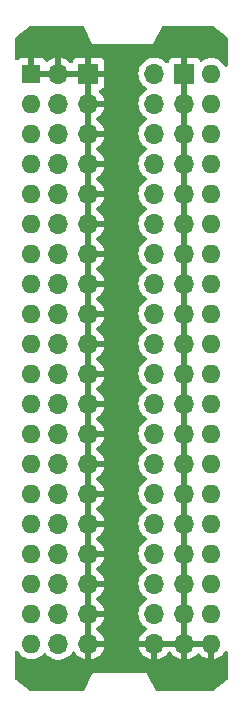
<source format=gbr>
G04 #@! TF.GenerationSoftware,KiCad,Pcbnew,8.0.4*
G04 #@! TF.CreationDate,2024-11-26T14:33:15+01:00*
G04 #@! TF.ProjectId,6502 2x40 Pin Cable Header,36353032-2032-4783-9430-2050696e2043,rev?*
G04 #@! TF.SameCoordinates,Original*
G04 #@! TF.FileFunction,Copper,L1,Top*
G04 #@! TF.FilePolarity,Positive*
%FSLAX46Y46*%
G04 Gerber Fmt 4.6, Leading zero omitted, Abs format (unit mm)*
G04 Created by KiCad (PCBNEW 8.0.4) date 2024-11-26 14:33:15*
%MOMM*%
%LPD*%
G01*
G04 APERTURE LIST*
G04 #@! TA.AperFunction,ComponentPad*
%ADD10R,1.700000X1.700000*%
G04 #@! TD*
G04 #@! TA.AperFunction,ComponentPad*
%ADD11O,1.700000X1.700000*%
G04 #@! TD*
G04 #@! TA.AperFunction,ComponentPad*
%ADD12R,1.600000X1.600000*%
G04 #@! TD*
G04 #@! TA.AperFunction,ComponentPad*
%ADD13O,1.600000X1.600000*%
G04 #@! TD*
G04 APERTURE END LIST*
D10*
X126873000Y-57912000D03*
D11*
X124333000Y-57912000D03*
X126873000Y-60452000D03*
X124333000Y-60452000D03*
X126873000Y-62992000D03*
X124333000Y-62992000D03*
X126873000Y-65532000D03*
X124333000Y-65532000D03*
X126873000Y-68072000D03*
X124333000Y-68072000D03*
X126873000Y-70612000D03*
X124333000Y-70612000D03*
X126873000Y-73152000D03*
X124333000Y-73152000D03*
X126873000Y-75692000D03*
X124333000Y-75692000D03*
X126873000Y-78232000D03*
X124333000Y-78232000D03*
X126873000Y-80772000D03*
X124333000Y-80772000D03*
X126873000Y-83312000D03*
X124333000Y-83312000D03*
X126873000Y-85852000D03*
X124333000Y-85852000D03*
X126873000Y-88392000D03*
X124333000Y-88392000D03*
X126873000Y-90932000D03*
X124333000Y-90932000D03*
X126873000Y-93472000D03*
X124333000Y-93472000D03*
X126873000Y-96012000D03*
X124333000Y-96012000D03*
X126873000Y-98552000D03*
X124333000Y-98552000D03*
X126873000Y-101092000D03*
X124333000Y-101092000D03*
X126873000Y-103632000D03*
X124333000Y-103632000D03*
X126873000Y-106172000D03*
X124333000Y-106172000D03*
D10*
X135001000Y-57912000D03*
D11*
X132461000Y-57912000D03*
X135001000Y-60452000D03*
X132461000Y-60452000D03*
X135001000Y-62992000D03*
X132461000Y-62992000D03*
X135001000Y-65532000D03*
X132461000Y-65532000D03*
X135001000Y-68072000D03*
X132461000Y-68072000D03*
X135001000Y-70612000D03*
X132461000Y-70612000D03*
X135001000Y-73152000D03*
X132461000Y-73152000D03*
X135001000Y-75692000D03*
X132461000Y-75692000D03*
X135001000Y-78232000D03*
X132461000Y-78232000D03*
X135001000Y-80772000D03*
X132461000Y-80772000D03*
X135001000Y-83312000D03*
X132461000Y-83312000D03*
X135001000Y-85852000D03*
X132461000Y-85852000D03*
X135001000Y-88392000D03*
X132461000Y-88392000D03*
X135001000Y-90932000D03*
X132461000Y-90932000D03*
X135001000Y-93472000D03*
X132461000Y-93472000D03*
X135001000Y-96012000D03*
X132461000Y-96012000D03*
X135001000Y-98552000D03*
X132461000Y-98552000D03*
X135001000Y-101092000D03*
X132461000Y-101092000D03*
X135001000Y-103632000D03*
X132461000Y-103632000D03*
X135001000Y-106172000D03*
X132461000Y-106172000D03*
D12*
X122047000Y-57912000D03*
D13*
X122047000Y-60452000D03*
X122047000Y-62992000D03*
X122047000Y-65532000D03*
X122047000Y-68072000D03*
X122047000Y-70612000D03*
X122047000Y-73152000D03*
X122047000Y-75692000D03*
X122047000Y-78232000D03*
X122047000Y-80772000D03*
X122047000Y-83312000D03*
X122047000Y-85852000D03*
X122047000Y-88392000D03*
X122047000Y-90932000D03*
X122047000Y-93472000D03*
X122047000Y-96012000D03*
X122047000Y-98552000D03*
X122047000Y-101092000D03*
X122047000Y-103632000D03*
X122047000Y-106172000D03*
X137287000Y-106172000D03*
X137287000Y-103632000D03*
X137287000Y-101092000D03*
X137287000Y-98552000D03*
X137287000Y-96012000D03*
X137287000Y-93472000D03*
X137287000Y-90932000D03*
X137287000Y-88392000D03*
X137287000Y-85852000D03*
X137287000Y-83312000D03*
X137287000Y-80772000D03*
X137287000Y-78232000D03*
X137287000Y-75692000D03*
X137287000Y-73152000D03*
X137287000Y-70612000D03*
X137287000Y-68072000D03*
X137287000Y-65532000D03*
X137287000Y-62992000D03*
X137287000Y-60452000D03*
X137287000Y-57912000D03*
G04 #@! TA.AperFunction,Conductor*
G36*
X126466489Y-53893502D02*
G01*
X126511066Y-53943151D01*
X127215533Y-55352086D01*
X127219244Y-55360216D01*
X127230993Y-55388582D01*
X127239301Y-55395787D01*
X127249457Y-55399993D01*
X127255955Y-55399531D01*
X127255957Y-55399532D01*
X127255958Y-55399531D01*
X127280100Y-55397817D01*
X127289028Y-55397500D01*
X132298997Y-55397500D01*
X132307930Y-55397817D01*
X132332041Y-55399530D01*
X132332043Y-55399531D01*
X132332045Y-55399530D01*
X132338543Y-55399992D01*
X132344559Y-55397500D01*
X132344562Y-55397500D01*
X132344564Y-55397497D01*
X132348699Y-55395785D01*
X132352081Y-55392851D01*
X132352084Y-55392851D01*
X132352085Y-55392848D01*
X132357007Y-55388580D01*
X132368755Y-55360218D01*
X132372460Y-55352097D01*
X133076935Y-53943149D01*
X133125289Y-53891167D01*
X133189632Y-53873500D01*
X137360858Y-53873500D01*
X137428979Y-53893502D01*
X137439567Y-53901109D01*
X138611212Y-54838425D01*
X138651910Y-54896597D01*
X138658500Y-54936813D01*
X138658500Y-57190272D01*
X138638498Y-57258393D01*
X138584842Y-57304886D01*
X138514568Y-57314990D01*
X138449988Y-57285496D01*
X138428348Y-57259289D01*
X138427679Y-57259758D01*
X138293200Y-57067703D01*
X138293195Y-57067697D01*
X138131302Y-56905804D01*
X138131296Y-56905799D01*
X137943749Y-56774477D01*
X137736246Y-56677717D01*
X137736240Y-56677715D01*
X137642771Y-56652670D01*
X137515087Y-56618457D01*
X137287000Y-56598502D01*
X137058913Y-56618457D01*
X136837759Y-56677715D01*
X136837753Y-56677717D01*
X136630250Y-56774477D01*
X136490655Y-56872223D01*
X136423381Y-56894911D01*
X136354520Y-56877626D01*
X136305936Y-56825856D01*
X136302418Y-56817818D01*
X136301444Y-56816034D01*
X136213904Y-56699095D01*
X136096965Y-56611555D01*
X135960093Y-56560505D01*
X135899597Y-56554000D01*
X135255000Y-56554000D01*
X135255000Y-57481297D01*
X135193993Y-57446075D01*
X135066826Y-57412000D01*
X134935174Y-57412000D01*
X134808007Y-57446075D01*
X134747000Y-57481297D01*
X134747000Y-56554000D01*
X134102402Y-56554000D01*
X134041906Y-56560505D01*
X133905035Y-56611555D01*
X133905034Y-56611555D01*
X133788095Y-56699095D01*
X133700555Y-56816034D01*
X133700553Y-56816039D01*
X133656380Y-56934470D01*
X133613833Y-56991306D01*
X133547313Y-57016116D01*
X133477939Y-57001024D01*
X133445626Y-56975777D01*
X133384240Y-56909094D01*
X133384239Y-56909093D01*
X133384237Y-56909091D01*
X133264679Y-56816035D01*
X133206576Y-56770811D01*
X133008574Y-56663658D01*
X133008572Y-56663657D01*
X133008571Y-56663656D01*
X132795639Y-56590557D01*
X132795630Y-56590555D01*
X132718029Y-56577606D01*
X132573569Y-56553500D01*
X132348431Y-56553500D01*
X132203971Y-56577606D01*
X132126369Y-56590555D01*
X132126360Y-56590557D01*
X131913428Y-56663656D01*
X131913426Y-56663658D01*
X131715426Y-56770810D01*
X131715424Y-56770811D01*
X131537762Y-56909091D01*
X131385279Y-57074729D01*
X131385275Y-57074734D01*
X131262141Y-57263206D01*
X131171703Y-57469386D01*
X131171702Y-57469387D01*
X131116437Y-57687624D01*
X131116436Y-57687630D01*
X131116436Y-57687632D01*
X131097844Y-57912000D01*
X131113836Y-58104993D01*
X131116437Y-58136375D01*
X131171702Y-58354612D01*
X131171703Y-58354613D01*
X131262141Y-58560793D01*
X131385275Y-58749265D01*
X131385279Y-58749270D01*
X131537762Y-58914908D01*
X131541992Y-58918200D01*
X131715424Y-59053189D01*
X131748153Y-59070901D01*
X131748680Y-59071186D01*
X131799071Y-59121200D01*
X131814423Y-59190516D01*
X131789862Y-59257129D01*
X131748680Y-59292813D01*
X131715426Y-59310810D01*
X131715424Y-59310811D01*
X131537762Y-59449091D01*
X131385279Y-59614729D01*
X131385275Y-59614734D01*
X131262141Y-59803206D01*
X131171703Y-60009386D01*
X131171702Y-60009387D01*
X131116437Y-60227624D01*
X131116436Y-60227630D01*
X131116436Y-60227632D01*
X131097844Y-60452000D01*
X131113836Y-60644993D01*
X131116437Y-60676375D01*
X131171702Y-60894612D01*
X131171703Y-60894613D01*
X131171704Y-60894616D01*
X131262140Y-61100791D01*
X131262141Y-61100793D01*
X131385275Y-61289265D01*
X131385279Y-61289270D01*
X131537762Y-61454908D01*
X131541992Y-61458200D01*
X131715424Y-61593189D01*
X131748680Y-61611186D01*
X131799071Y-61661200D01*
X131814423Y-61730516D01*
X131789862Y-61797129D01*
X131748680Y-61832813D01*
X131715426Y-61850810D01*
X131715424Y-61850811D01*
X131537762Y-61989091D01*
X131385279Y-62154729D01*
X131385275Y-62154734D01*
X131262141Y-62343206D01*
X131171703Y-62549386D01*
X131171702Y-62549387D01*
X131116437Y-62767624D01*
X131116436Y-62767630D01*
X131116436Y-62767632D01*
X131097844Y-62992000D01*
X131113836Y-63184993D01*
X131116437Y-63216375D01*
X131171702Y-63434612D01*
X131171703Y-63434613D01*
X131171704Y-63434616D01*
X131262140Y-63640791D01*
X131262141Y-63640793D01*
X131385275Y-63829265D01*
X131385279Y-63829270D01*
X131537762Y-63994908D01*
X131541992Y-63998200D01*
X131715424Y-64133189D01*
X131748680Y-64151186D01*
X131799071Y-64201200D01*
X131814423Y-64270516D01*
X131789862Y-64337129D01*
X131748680Y-64372813D01*
X131715426Y-64390810D01*
X131715424Y-64390811D01*
X131537762Y-64529091D01*
X131385279Y-64694729D01*
X131385275Y-64694734D01*
X131262141Y-64883206D01*
X131171703Y-65089386D01*
X131171702Y-65089387D01*
X131116437Y-65307624D01*
X131116436Y-65307630D01*
X131116436Y-65307632D01*
X131097844Y-65532000D01*
X131113836Y-65724993D01*
X131116437Y-65756375D01*
X131171702Y-65974612D01*
X131171703Y-65974613D01*
X131171704Y-65974616D01*
X131262140Y-66180791D01*
X131262141Y-66180793D01*
X131385275Y-66369265D01*
X131385279Y-66369270D01*
X131537762Y-66534908D01*
X131541992Y-66538200D01*
X131715424Y-66673189D01*
X131748680Y-66691186D01*
X131799071Y-66741200D01*
X131814423Y-66810516D01*
X131789862Y-66877129D01*
X131748680Y-66912813D01*
X131715426Y-66930810D01*
X131715424Y-66930811D01*
X131537762Y-67069091D01*
X131385279Y-67234729D01*
X131385275Y-67234734D01*
X131262141Y-67423206D01*
X131171703Y-67629386D01*
X131171702Y-67629387D01*
X131116437Y-67847624D01*
X131116436Y-67847630D01*
X131116436Y-67847632D01*
X131097844Y-68072000D01*
X131113836Y-68264993D01*
X131116437Y-68296375D01*
X131171702Y-68514612D01*
X131171703Y-68514613D01*
X131171704Y-68514616D01*
X131262140Y-68720791D01*
X131262141Y-68720793D01*
X131385275Y-68909265D01*
X131385279Y-68909270D01*
X131537762Y-69074908D01*
X131541992Y-69078200D01*
X131715424Y-69213189D01*
X131748680Y-69231186D01*
X131799071Y-69281200D01*
X131814423Y-69350516D01*
X131789862Y-69417129D01*
X131748680Y-69452813D01*
X131715426Y-69470810D01*
X131715424Y-69470811D01*
X131537762Y-69609091D01*
X131385279Y-69774729D01*
X131385275Y-69774734D01*
X131262141Y-69963206D01*
X131171703Y-70169386D01*
X131171702Y-70169387D01*
X131116437Y-70387624D01*
X131116436Y-70387630D01*
X131116436Y-70387632D01*
X131097844Y-70612000D01*
X131113836Y-70804993D01*
X131116437Y-70836375D01*
X131171702Y-71054612D01*
X131171703Y-71054613D01*
X131171704Y-71054616D01*
X131262140Y-71260791D01*
X131262141Y-71260793D01*
X131385275Y-71449265D01*
X131385279Y-71449270D01*
X131537762Y-71614908D01*
X131541992Y-71618200D01*
X131715424Y-71753189D01*
X131748680Y-71771186D01*
X131799071Y-71821200D01*
X131814423Y-71890516D01*
X131789862Y-71957129D01*
X131748680Y-71992813D01*
X131715426Y-72010810D01*
X131715424Y-72010811D01*
X131537762Y-72149091D01*
X131385279Y-72314729D01*
X131385275Y-72314734D01*
X131262141Y-72503206D01*
X131171703Y-72709386D01*
X131171702Y-72709387D01*
X131116437Y-72927624D01*
X131116436Y-72927630D01*
X131116436Y-72927632D01*
X131097844Y-73152000D01*
X131113836Y-73344993D01*
X131116437Y-73376375D01*
X131171702Y-73594612D01*
X131171703Y-73594613D01*
X131171704Y-73594616D01*
X131262140Y-73800791D01*
X131262141Y-73800793D01*
X131385275Y-73989265D01*
X131385279Y-73989270D01*
X131537762Y-74154908D01*
X131541992Y-74158200D01*
X131715424Y-74293189D01*
X131748680Y-74311186D01*
X131799071Y-74361200D01*
X131814423Y-74430516D01*
X131789862Y-74497129D01*
X131748680Y-74532813D01*
X131715426Y-74550810D01*
X131715424Y-74550811D01*
X131537762Y-74689091D01*
X131385279Y-74854729D01*
X131385275Y-74854734D01*
X131262141Y-75043206D01*
X131171703Y-75249386D01*
X131171702Y-75249387D01*
X131116437Y-75467624D01*
X131116436Y-75467630D01*
X131116436Y-75467632D01*
X131097844Y-75692000D01*
X131113836Y-75884993D01*
X131116437Y-75916375D01*
X131171702Y-76134612D01*
X131171703Y-76134613D01*
X131171704Y-76134616D01*
X131262140Y-76340791D01*
X131262141Y-76340793D01*
X131385275Y-76529265D01*
X131385279Y-76529270D01*
X131537762Y-76694908D01*
X131541992Y-76698200D01*
X131715424Y-76833189D01*
X131748680Y-76851186D01*
X131799071Y-76901200D01*
X131814423Y-76970516D01*
X131789862Y-77037129D01*
X131748680Y-77072813D01*
X131715426Y-77090810D01*
X131715424Y-77090811D01*
X131537762Y-77229091D01*
X131385279Y-77394729D01*
X131385275Y-77394734D01*
X131262141Y-77583206D01*
X131171703Y-77789386D01*
X131171702Y-77789387D01*
X131116437Y-78007624D01*
X131116436Y-78007630D01*
X131116436Y-78007632D01*
X131097844Y-78232000D01*
X131113836Y-78424993D01*
X131116437Y-78456375D01*
X131171702Y-78674612D01*
X131171703Y-78674613D01*
X131171704Y-78674616D01*
X131262140Y-78880791D01*
X131262141Y-78880793D01*
X131385275Y-79069265D01*
X131385279Y-79069270D01*
X131537762Y-79234908D01*
X131541992Y-79238200D01*
X131715424Y-79373189D01*
X131748680Y-79391186D01*
X131799071Y-79441200D01*
X131814423Y-79510516D01*
X131789862Y-79577129D01*
X131748680Y-79612813D01*
X131715426Y-79630810D01*
X131715424Y-79630811D01*
X131537762Y-79769091D01*
X131385279Y-79934729D01*
X131385275Y-79934734D01*
X131262141Y-80123206D01*
X131171703Y-80329386D01*
X131171702Y-80329387D01*
X131116437Y-80547624D01*
X131116436Y-80547630D01*
X131116436Y-80547632D01*
X131097844Y-80772000D01*
X131113836Y-80964993D01*
X131116437Y-80996375D01*
X131171702Y-81214612D01*
X131171703Y-81214613D01*
X131171704Y-81214616D01*
X131262140Y-81420791D01*
X131262141Y-81420793D01*
X131385275Y-81609265D01*
X131385279Y-81609270D01*
X131537762Y-81774908D01*
X131541992Y-81778200D01*
X131715424Y-81913189D01*
X131748680Y-81931186D01*
X131799071Y-81981200D01*
X131814423Y-82050516D01*
X131789862Y-82117129D01*
X131748680Y-82152813D01*
X131715426Y-82170810D01*
X131715424Y-82170811D01*
X131537762Y-82309091D01*
X131385279Y-82474729D01*
X131385275Y-82474734D01*
X131262141Y-82663206D01*
X131171703Y-82869386D01*
X131171702Y-82869387D01*
X131116437Y-83087624D01*
X131116436Y-83087630D01*
X131116436Y-83087632D01*
X131097844Y-83312000D01*
X131113836Y-83504993D01*
X131116437Y-83536375D01*
X131171702Y-83754612D01*
X131171703Y-83754613D01*
X131171704Y-83754616D01*
X131262140Y-83960791D01*
X131262141Y-83960793D01*
X131385275Y-84149265D01*
X131385279Y-84149270D01*
X131537762Y-84314908D01*
X131541992Y-84318200D01*
X131715424Y-84453189D01*
X131748680Y-84471186D01*
X131799071Y-84521200D01*
X131814423Y-84590516D01*
X131789862Y-84657129D01*
X131748680Y-84692813D01*
X131715426Y-84710810D01*
X131715424Y-84710811D01*
X131537762Y-84849091D01*
X131385279Y-85014729D01*
X131385275Y-85014734D01*
X131262141Y-85203206D01*
X131171703Y-85409386D01*
X131171702Y-85409387D01*
X131116437Y-85627624D01*
X131116436Y-85627630D01*
X131116436Y-85627632D01*
X131097844Y-85852000D01*
X131113836Y-86044993D01*
X131116437Y-86076375D01*
X131171702Y-86294612D01*
X131171703Y-86294613D01*
X131171704Y-86294616D01*
X131262140Y-86500791D01*
X131262141Y-86500793D01*
X131385275Y-86689265D01*
X131385279Y-86689270D01*
X131537762Y-86854908D01*
X131541992Y-86858200D01*
X131715424Y-86993189D01*
X131748680Y-87011186D01*
X131799071Y-87061200D01*
X131814423Y-87130516D01*
X131789862Y-87197129D01*
X131748680Y-87232813D01*
X131715426Y-87250810D01*
X131715424Y-87250811D01*
X131537762Y-87389091D01*
X131385279Y-87554729D01*
X131385275Y-87554734D01*
X131262141Y-87743206D01*
X131171703Y-87949386D01*
X131171702Y-87949387D01*
X131116437Y-88167624D01*
X131116436Y-88167630D01*
X131116436Y-88167632D01*
X131097844Y-88392000D01*
X131113836Y-88584993D01*
X131116437Y-88616375D01*
X131171702Y-88834612D01*
X131171703Y-88834613D01*
X131171704Y-88834616D01*
X131262140Y-89040791D01*
X131262141Y-89040793D01*
X131385275Y-89229265D01*
X131385279Y-89229270D01*
X131537762Y-89394908D01*
X131541992Y-89398200D01*
X131715424Y-89533189D01*
X131748680Y-89551186D01*
X131799071Y-89601200D01*
X131814423Y-89670516D01*
X131789862Y-89737129D01*
X131748680Y-89772813D01*
X131715426Y-89790810D01*
X131715424Y-89790811D01*
X131537762Y-89929091D01*
X131385279Y-90094729D01*
X131385275Y-90094734D01*
X131262141Y-90283206D01*
X131171703Y-90489386D01*
X131171702Y-90489387D01*
X131116437Y-90707624D01*
X131116436Y-90707630D01*
X131116436Y-90707632D01*
X131097844Y-90932000D01*
X131113836Y-91124993D01*
X131116437Y-91156375D01*
X131171702Y-91374612D01*
X131171703Y-91374613D01*
X131171704Y-91374616D01*
X131262140Y-91580791D01*
X131262141Y-91580793D01*
X131385275Y-91769265D01*
X131385279Y-91769270D01*
X131537762Y-91934908D01*
X131541992Y-91938200D01*
X131715424Y-92073189D01*
X131748680Y-92091186D01*
X131799071Y-92141200D01*
X131814423Y-92210516D01*
X131789862Y-92277129D01*
X131748680Y-92312813D01*
X131715426Y-92330810D01*
X131715424Y-92330811D01*
X131537762Y-92469091D01*
X131385279Y-92634729D01*
X131385275Y-92634734D01*
X131262141Y-92823206D01*
X131171703Y-93029386D01*
X131171702Y-93029387D01*
X131116437Y-93247624D01*
X131116436Y-93247630D01*
X131116436Y-93247632D01*
X131097844Y-93472000D01*
X131113836Y-93664993D01*
X131116437Y-93696375D01*
X131171702Y-93914612D01*
X131171703Y-93914613D01*
X131171704Y-93914616D01*
X131262140Y-94120791D01*
X131262141Y-94120793D01*
X131385275Y-94309265D01*
X131385279Y-94309270D01*
X131537762Y-94474908D01*
X131541992Y-94478200D01*
X131715424Y-94613189D01*
X131748680Y-94631186D01*
X131799071Y-94681200D01*
X131814423Y-94750516D01*
X131789862Y-94817129D01*
X131748680Y-94852813D01*
X131715426Y-94870810D01*
X131715424Y-94870811D01*
X131537762Y-95009091D01*
X131385279Y-95174729D01*
X131385275Y-95174734D01*
X131262141Y-95363206D01*
X131171703Y-95569386D01*
X131171702Y-95569387D01*
X131116437Y-95787624D01*
X131116436Y-95787630D01*
X131116436Y-95787632D01*
X131097844Y-96012000D01*
X131113836Y-96204993D01*
X131116437Y-96236375D01*
X131171702Y-96454612D01*
X131171703Y-96454613D01*
X131171704Y-96454616D01*
X131262140Y-96660791D01*
X131262141Y-96660793D01*
X131385275Y-96849265D01*
X131385279Y-96849270D01*
X131537762Y-97014908D01*
X131541992Y-97018200D01*
X131715424Y-97153189D01*
X131748680Y-97171186D01*
X131799071Y-97221200D01*
X131814423Y-97290516D01*
X131789862Y-97357129D01*
X131748680Y-97392813D01*
X131715426Y-97410810D01*
X131715424Y-97410811D01*
X131537762Y-97549091D01*
X131385279Y-97714729D01*
X131385275Y-97714734D01*
X131262141Y-97903206D01*
X131171703Y-98109386D01*
X131171702Y-98109387D01*
X131116437Y-98327624D01*
X131116436Y-98327630D01*
X131116436Y-98327632D01*
X131097844Y-98552000D01*
X131113836Y-98744993D01*
X131116437Y-98776375D01*
X131171702Y-98994612D01*
X131171703Y-98994613D01*
X131171704Y-98994616D01*
X131262140Y-99200791D01*
X131262141Y-99200793D01*
X131385275Y-99389265D01*
X131385279Y-99389270D01*
X131537762Y-99554908D01*
X131541992Y-99558200D01*
X131715424Y-99693189D01*
X131748680Y-99711186D01*
X131799071Y-99761200D01*
X131814423Y-99830516D01*
X131789862Y-99897129D01*
X131748680Y-99932813D01*
X131715426Y-99950810D01*
X131715424Y-99950811D01*
X131537762Y-100089091D01*
X131385279Y-100254729D01*
X131385275Y-100254734D01*
X131262141Y-100443206D01*
X131171703Y-100649386D01*
X131171702Y-100649387D01*
X131116437Y-100867624D01*
X131116436Y-100867630D01*
X131116436Y-100867632D01*
X131097844Y-101092000D01*
X131113836Y-101284993D01*
X131116437Y-101316375D01*
X131171702Y-101534612D01*
X131171703Y-101534613D01*
X131171704Y-101534616D01*
X131262140Y-101740791D01*
X131262141Y-101740793D01*
X131385275Y-101929265D01*
X131385279Y-101929270D01*
X131537762Y-102094908D01*
X131541992Y-102098200D01*
X131715424Y-102233189D01*
X131748680Y-102251186D01*
X131799071Y-102301200D01*
X131814423Y-102370516D01*
X131789862Y-102437129D01*
X131748680Y-102472813D01*
X131715426Y-102490810D01*
X131715424Y-102490811D01*
X131537762Y-102629091D01*
X131385279Y-102794729D01*
X131385275Y-102794734D01*
X131262141Y-102983206D01*
X131171703Y-103189386D01*
X131171702Y-103189387D01*
X131116437Y-103407624D01*
X131116436Y-103407630D01*
X131116436Y-103407632D01*
X131097844Y-103632000D01*
X131113836Y-103824993D01*
X131116437Y-103856375D01*
X131171702Y-104074612D01*
X131171703Y-104074613D01*
X131171704Y-104074616D01*
X131262140Y-104280791D01*
X131262141Y-104280793D01*
X131385275Y-104469265D01*
X131385279Y-104469270D01*
X131537762Y-104634908D01*
X131541992Y-104638200D01*
X131715424Y-104773189D01*
X131749205Y-104791470D01*
X131799596Y-104841482D01*
X131814949Y-104910799D01*
X131790389Y-104977412D01*
X131749209Y-105013096D01*
X131715704Y-105031228D01*
X131715698Y-105031232D01*
X131538097Y-105169465D01*
X131385674Y-105335041D01*
X131262580Y-105523451D01*
X131172179Y-105729543D01*
X131172176Y-105729550D01*
X131124455Y-105917999D01*
X131124456Y-105918000D01*
X132030297Y-105918000D01*
X131995075Y-105979007D01*
X131961000Y-106106174D01*
X131961000Y-106237826D01*
X131995075Y-106364993D01*
X132030297Y-106426000D01*
X131124455Y-106426000D01*
X131172176Y-106614449D01*
X131172179Y-106614456D01*
X131262580Y-106820548D01*
X131385674Y-107008958D01*
X131538097Y-107174534D01*
X131715698Y-107312767D01*
X131715699Y-107312768D01*
X131913628Y-107419882D01*
X131913630Y-107419883D01*
X132126483Y-107492955D01*
X132126492Y-107492957D01*
X132207000Y-107506391D01*
X132207000Y-106602702D01*
X132268007Y-106637925D01*
X132395174Y-106672000D01*
X132526826Y-106672000D01*
X132653993Y-106637925D01*
X132715000Y-106602702D01*
X132715000Y-107506390D01*
X132795507Y-107492957D01*
X132795516Y-107492955D01*
X133008369Y-107419883D01*
X133008371Y-107419882D01*
X133206300Y-107312768D01*
X133206301Y-107312767D01*
X133383902Y-107174534D01*
X133536327Y-107008955D01*
X133625517Y-106872441D01*
X133679521Y-106826352D01*
X133749868Y-106816777D01*
X133814226Y-106846754D01*
X133836483Y-106872441D01*
X133925672Y-107008955D01*
X134078097Y-107174534D01*
X134255698Y-107312767D01*
X134255699Y-107312768D01*
X134453628Y-107419882D01*
X134453630Y-107419883D01*
X134666483Y-107492955D01*
X134666492Y-107492957D01*
X134747000Y-107506391D01*
X134747000Y-106602702D01*
X134808007Y-106637925D01*
X134935174Y-106672000D01*
X135066826Y-106672000D01*
X135193993Y-106637925D01*
X135255000Y-106602702D01*
X135255000Y-107506390D01*
X135335507Y-107492957D01*
X135335516Y-107492955D01*
X135548369Y-107419883D01*
X135548371Y-107419882D01*
X135746300Y-107312768D01*
X135746301Y-107312767D01*
X135923902Y-107174534D01*
X136076318Y-107008965D01*
X136076778Y-107008375D01*
X136077027Y-107008195D01*
X136079854Y-107005125D01*
X136080485Y-107005706D01*
X136134396Y-106966894D01*
X136205294Y-106963149D01*
X136266962Y-106998328D01*
X136279434Y-107013475D01*
X136281183Y-107015973D01*
X136281189Y-107015980D01*
X136443019Y-107177810D01*
X136443025Y-107177815D01*
X136630501Y-107309087D01*
X136837926Y-107405811D01*
X136837931Y-107405813D01*
X137033000Y-107458081D01*
X137033000Y-106483686D01*
X137041394Y-106492080D01*
X137132606Y-106544741D01*
X137234339Y-106572000D01*
X137339661Y-106572000D01*
X137441394Y-106544741D01*
X137532606Y-106492080D01*
X137541000Y-106483686D01*
X137541000Y-107458081D01*
X137736068Y-107405813D01*
X137736073Y-107405811D01*
X137943498Y-107309087D01*
X138130974Y-107177815D01*
X138130980Y-107177810D01*
X138292810Y-107015980D01*
X138292815Y-107015974D01*
X138427244Y-106823991D01*
X138428484Y-106824859D01*
X138474758Y-106780733D01*
X138544471Y-106767293D01*
X138610383Y-106793676D01*
X138651568Y-106851506D01*
X138658500Y-106892723D01*
X138658500Y-109147185D01*
X138638498Y-109215306D01*
X138611212Y-109245574D01*
X137439569Y-110182889D01*
X137373880Y-110209825D01*
X137360857Y-110210500D01*
X132681632Y-110210500D01*
X132613511Y-110190498D01*
X132568934Y-110140849D01*
X131864466Y-108731913D01*
X131860755Y-108723781D01*
X131849007Y-108695419D01*
X131840699Y-108688213D01*
X131830544Y-108684006D01*
X131799930Y-108686183D01*
X131790997Y-108686500D01*
X127289028Y-108686500D01*
X127280100Y-108686183D01*
X127249458Y-108684006D01*
X127239300Y-108688213D01*
X127230992Y-108695419D01*
X127219243Y-108723784D01*
X127215533Y-108731913D01*
X126511066Y-110140849D01*
X126462711Y-110192833D01*
X126398368Y-110210500D01*
X121973143Y-110210500D01*
X121905022Y-110190498D01*
X121894431Y-110182889D01*
X120722788Y-109245574D01*
X120682090Y-109187401D01*
X120675500Y-109147185D01*
X120675500Y-106893727D01*
X120695502Y-106825606D01*
X120749158Y-106779113D01*
X120819432Y-106769009D01*
X120884012Y-106798503D01*
X120905649Y-106824712D01*
X120906321Y-106824242D01*
X121037850Y-107012085D01*
X121040802Y-107016300D01*
X121202700Y-107178198D01*
X121390251Y-107309523D01*
X121597757Y-107406284D01*
X121818913Y-107465543D01*
X122047000Y-107485498D01*
X122275087Y-107465543D01*
X122496243Y-107406284D01*
X122703749Y-107309523D01*
X122891300Y-107178198D01*
X123053198Y-107016300D01*
X123054575Y-107014333D01*
X123055405Y-107013669D01*
X123056735Y-107012085D01*
X123057053Y-107012351D01*
X123110025Y-106969999D01*
X123180644Y-106962682D01*
X123244008Y-106994705D01*
X123257234Y-107009212D01*
X123257277Y-107009268D01*
X123409762Y-107174908D01*
X123413992Y-107178200D01*
X123587424Y-107313189D01*
X123785426Y-107420342D01*
X123785427Y-107420342D01*
X123785428Y-107420343D01*
X123895356Y-107458081D01*
X123998365Y-107493444D01*
X124220431Y-107530500D01*
X124220435Y-107530500D01*
X124445565Y-107530500D01*
X124445569Y-107530500D01*
X124667635Y-107493444D01*
X124880574Y-107420342D01*
X125078576Y-107313189D01*
X125256240Y-107174906D01*
X125408722Y-107009268D01*
X125408927Y-107008955D01*
X125439158Y-106962682D01*
X125497816Y-106872898D01*
X125551819Y-106826810D01*
X125622167Y-106817235D01*
X125686524Y-106847212D01*
X125708782Y-106872898D01*
X125797674Y-107008958D01*
X125950097Y-107174534D01*
X126127698Y-107312767D01*
X126127699Y-107312768D01*
X126325628Y-107419882D01*
X126325630Y-107419883D01*
X126538483Y-107492955D01*
X126538492Y-107492957D01*
X126619000Y-107506391D01*
X126619000Y-106602702D01*
X126680007Y-106637925D01*
X126807174Y-106672000D01*
X126938826Y-106672000D01*
X127065993Y-106637925D01*
X127127000Y-106602702D01*
X127127000Y-107506390D01*
X127207507Y-107492957D01*
X127207516Y-107492955D01*
X127420369Y-107419883D01*
X127420371Y-107419882D01*
X127618300Y-107312768D01*
X127618301Y-107312767D01*
X127795902Y-107174534D01*
X127948325Y-107008958D01*
X128071419Y-106820548D01*
X128161820Y-106614456D01*
X128161823Y-106614449D01*
X128209544Y-106426000D01*
X127303703Y-106426000D01*
X127338925Y-106364993D01*
X127373000Y-106237826D01*
X127373000Y-106106174D01*
X127338925Y-105979007D01*
X127303703Y-105918000D01*
X128209544Y-105918000D01*
X128209544Y-105917999D01*
X128161823Y-105729550D01*
X128161820Y-105729543D01*
X128071419Y-105523451D01*
X127948325Y-105335041D01*
X127795902Y-105169465D01*
X127618301Y-105031232D01*
X127618300Y-105031231D01*
X127584267Y-105012814D01*
X127533876Y-104962801D01*
X127518524Y-104893484D01*
X127543085Y-104826871D01*
X127584267Y-104791186D01*
X127618300Y-104772768D01*
X127618301Y-104772767D01*
X127795902Y-104634534D01*
X127948325Y-104468958D01*
X128071419Y-104280548D01*
X128161820Y-104074456D01*
X128161823Y-104074449D01*
X128209544Y-103886000D01*
X127303703Y-103886000D01*
X127338925Y-103824993D01*
X127373000Y-103697826D01*
X127373000Y-103566174D01*
X127338925Y-103439007D01*
X127303703Y-103378000D01*
X128209544Y-103378000D01*
X128209544Y-103377999D01*
X128161823Y-103189550D01*
X128161820Y-103189543D01*
X128071419Y-102983451D01*
X127948325Y-102795041D01*
X127795902Y-102629465D01*
X127618301Y-102491232D01*
X127618300Y-102491231D01*
X127584267Y-102472814D01*
X127533876Y-102422801D01*
X127518524Y-102353484D01*
X127543085Y-102286871D01*
X127584267Y-102251186D01*
X127618300Y-102232768D01*
X127618301Y-102232767D01*
X127795902Y-102094534D01*
X127948325Y-101928958D01*
X128071419Y-101740548D01*
X128161820Y-101534456D01*
X128161823Y-101534449D01*
X128209544Y-101346000D01*
X127303703Y-101346000D01*
X127338925Y-101284993D01*
X127373000Y-101157826D01*
X127373000Y-101026174D01*
X127338925Y-100899007D01*
X127303703Y-100838000D01*
X128209544Y-100838000D01*
X128209544Y-100837999D01*
X128161823Y-100649550D01*
X128161820Y-100649543D01*
X128071419Y-100443451D01*
X127948325Y-100255041D01*
X127795902Y-100089465D01*
X127618301Y-99951232D01*
X127618300Y-99951231D01*
X127584267Y-99932814D01*
X127533876Y-99882801D01*
X127518524Y-99813484D01*
X127543085Y-99746871D01*
X127584267Y-99711186D01*
X127618300Y-99692768D01*
X127618301Y-99692767D01*
X127795902Y-99554534D01*
X127948325Y-99388958D01*
X128071419Y-99200548D01*
X128161820Y-98994456D01*
X128161823Y-98994449D01*
X128209544Y-98806000D01*
X127303703Y-98806000D01*
X127338925Y-98744993D01*
X127373000Y-98617826D01*
X127373000Y-98486174D01*
X127338925Y-98359007D01*
X127303703Y-98298000D01*
X128209544Y-98298000D01*
X128209544Y-98297999D01*
X128161823Y-98109550D01*
X128161820Y-98109543D01*
X128071419Y-97903451D01*
X127948325Y-97715041D01*
X127795902Y-97549465D01*
X127618301Y-97411232D01*
X127618300Y-97411231D01*
X127584267Y-97392814D01*
X127533876Y-97342801D01*
X127518524Y-97273484D01*
X127543085Y-97206871D01*
X127584267Y-97171186D01*
X127618300Y-97152768D01*
X127618301Y-97152767D01*
X127795902Y-97014534D01*
X127948325Y-96848958D01*
X128071419Y-96660548D01*
X128161820Y-96454456D01*
X128161823Y-96454449D01*
X128209544Y-96266000D01*
X127303703Y-96266000D01*
X127338925Y-96204993D01*
X127373000Y-96077826D01*
X127373000Y-95946174D01*
X127338925Y-95819007D01*
X127303703Y-95758000D01*
X128209544Y-95758000D01*
X128209544Y-95757999D01*
X128161823Y-95569550D01*
X128161820Y-95569543D01*
X128071419Y-95363451D01*
X127948325Y-95175041D01*
X127795902Y-95009465D01*
X127618301Y-94871232D01*
X127618300Y-94871231D01*
X127584267Y-94852814D01*
X127533876Y-94802801D01*
X127518524Y-94733484D01*
X127543085Y-94666871D01*
X127584267Y-94631186D01*
X127618300Y-94612768D01*
X127618301Y-94612767D01*
X127795902Y-94474534D01*
X127948325Y-94308958D01*
X128071419Y-94120548D01*
X128161820Y-93914456D01*
X128161823Y-93914449D01*
X128209544Y-93726000D01*
X127303703Y-93726000D01*
X127338925Y-93664993D01*
X127373000Y-93537826D01*
X127373000Y-93406174D01*
X127338925Y-93279007D01*
X127303703Y-93218000D01*
X128209544Y-93218000D01*
X128209544Y-93217999D01*
X128161823Y-93029550D01*
X128161820Y-93029543D01*
X128071419Y-92823451D01*
X127948325Y-92635041D01*
X127795902Y-92469465D01*
X127618301Y-92331232D01*
X127618300Y-92331231D01*
X127584267Y-92312814D01*
X127533876Y-92262801D01*
X127518524Y-92193484D01*
X127543085Y-92126871D01*
X127584267Y-92091186D01*
X127618300Y-92072768D01*
X127618301Y-92072767D01*
X127795902Y-91934534D01*
X127948325Y-91768958D01*
X128071419Y-91580548D01*
X128161820Y-91374456D01*
X128161823Y-91374449D01*
X128209544Y-91186000D01*
X127303703Y-91186000D01*
X127338925Y-91124993D01*
X127373000Y-90997826D01*
X127373000Y-90866174D01*
X127338925Y-90739007D01*
X127303703Y-90678000D01*
X128209544Y-90678000D01*
X128209544Y-90677999D01*
X128161823Y-90489550D01*
X128161820Y-90489543D01*
X128071419Y-90283451D01*
X127948325Y-90095041D01*
X127795902Y-89929465D01*
X127618301Y-89791232D01*
X127618300Y-89791231D01*
X127584267Y-89772814D01*
X127533876Y-89722801D01*
X127518524Y-89653484D01*
X127543085Y-89586871D01*
X127584267Y-89551186D01*
X127618300Y-89532768D01*
X127618301Y-89532767D01*
X127795902Y-89394534D01*
X127948325Y-89228958D01*
X128071419Y-89040548D01*
X128161820Y-88834456D01*
X128161823Y-88834449D01*
X128209544Y-88646000D01*
X127303703Y-88646000D01*
X127338925Y-88584993D01*
X127373000Y-88457826D01*
X127373000Y-88326174D01*
X127338925Y-88199007D01*
X127303703Y-88138000D01*
X128209544Y-88138000D01*
X128209544Y-88137999D01*
X128161823Y-87949550D01*
X128161820Y-87949543D01*
X128071419Y-87743451D01*
X127948325Y-87555041D01*
X127795902Y-87389465D01*
X127618301Y-87251232D01*
X127618300Y-87251231D01*
X127584267Y-87232814D01*
X127533876Y-87182801D01*
X127518524Y-87113484D01*
X127543085Y-87046871D01*
X127584267Y-87011186D01*
X127618300Y-86992768D01*
X127618301Y-86992767D01*
X127795902Y-86854534D01*
X127948325Y-86688958D01*
X128071419Y-86500548D01*
X128161820Y-86294456D01*
X128161823Y-86294449D01*
X128209544Y-86106000D01*
X127303703Y-86106000D01*
X127338925Y-86044993D01*
X127373000Y-85917826D01*
X127373000Y-85786174D01*
X127338925Y-85659007D01*
X127303703Y-85598000D01*
X128209544Y-85598000D01*
X128209544Y-85597999D01*
X128161823Y-85409550D01*
X128161820Y-85409543D01*
X128071419Y-85203451D01*
X127948325Y-85015041D01*
X127795902Y-84849465D01*
X127618301Y-84711232D01*
X127618300Y-84711231D01*
X127584267Y-84692814D01*
X127533876Y-84642801D01*
X127518524Y-84573484D01*
X127543085Y-84506871D01*
X127584267Y-84471186D01*
X127618300Y-84452768D01*
X127618301Y-84452767D01*
X127795902Y-84314534D01*
X127948325Y-84148958D01*
X128071419Y-83960548D01*
X128161820Y-83754456D01*
X128161823Y-83754449D01*
X128209544Y-83566000D01*
X127303703Y-83566000D01*
X127338925Y-83504993D01*
X127373000Y-83377826D01*
X127373000Y-83246174D01*
X127338925Y-83119007D01*
X127303703Y-83058000D01*
X128209544Y-83058000D01*
X128209544Y-83057999D01*
X128161823Y-82869550D01*
X128161820Y-82869543D01*
X128071419Y-82663451D01*
X127948325Y-82475041D01*
X127795902Y-82309465D01*
X127618301Y-82171232D01*
X127618300Y-82171231D01*
X127584267Y-82152814D01*
X127533876Y-82102801D01*
X127518524Y-82033484D01*
X127543085Y-81966871D01*
X127584267Y-81931186D01*
X127618300Y-81912768D01*
X127618301Y-81912767D01*
X127795902Y-81774534D01*
X127948325Y-81608958D01*
X128071419Y-81420548D01*
X128161820Y-81214456D01*
X128161823Y-81214449D01*
X128209544Y-81026000D01*
X127303703Y-81026000D01*
X127338925Y-80964993D01*
X127373000Y-80837826D01*
X127373000Y-80706174D01*
X127338925Y-80579007D01*
X127303703Y-80518000D01*
X128209544Y-80518000D01*
X128209544Y-80517999D01*
X128161823Y-80329550D01*
X128161820Y-80329543D01*
X128071419Y-80123451D01*
X127948325Y-79935041D01*
X127795902Y-79769465D01*
X127618301Y-79631232D01*
X127618300Y-79631231D01*
X127584267Y-79612814D01*
X127533876Y-79562801D01*
X127518524Y-79493484D01*
X127543085Y-79426871D01*
X127584267Y-79391186D01*
X127618300Y-79372768D01*
X127618301Y-79372767D01*
X127795902Y-79234534D01*
X127948325Y-79068958D01*
X128071419Y-78880548D01*
X128161820Y-78674456D01*
X128161823Y-78674449D01*
X128209544Y-78486000D01*
X127303703Y-78486000D01*
X127338925Y-78424993D01*
X127373000Y-78297826D01*
X127373000Y-78166174D01*
X127338925Y-78039007D01*
X127303703Y-77978000D01*
X128209544Y-77978000D01*
X128209544Y-77977999D01*
X128161823Y-77789550D01*
X128161820Y-77789543D01*
X128071419Y-77583451D01*
X127948325Y-77395041D01*
X127795902Y-77229465D01*
X127618301Y-77091232D01*
X127618300Y-77091231D01*
X127584267Y-77072814D01*
X127533876Y-77022801D01*
X127518524Y-76953484D01*
X127543085Y-76886871D01*
X127584267Y-76851186D01*
X127618300Y-76832768D01*
X127618301Y-76832767D01*
X127795902Y-76694534D01*
X127948325Y-76528958D01*
X128071419Y-76340548D01*
X128161820Y-76134456D01*
X128161823Y-76134449D01*
X128209544Y-75946000D01*
X127303703Y-75946000D01*
X127338925Y-75884993D01*
X127373000Y-75757826D01*
X127373000Y-75626174D01*
X127338925Y-75499007D01*
X127303703Y-75438000D01*
X128209544Y-75438000D01*
X128209544Y-75437999D01*
X128161823Y-75249550D01*
X128161820Y-75249543D01*
X128071419Y-75043451D01*
X127948325Y-74855041D01*
X127795902Y-74689465D01*
X127618301Y-74551232D01*
X127618300Y-74551231D01*
X127584267Y-74532814D01*
X127533876Y-74482801D01*
X127518524Y-74413484D01*
X127543085Y-74346871D01*
X127584267Y-74311186D01*
X127618300Y-74292768D01*
X127618301Y-74292767D01*
X127795902Y-74154534D01*
X127948325Y-73988958D01*
X128071419Y-73800548D01*
X128161820Y-73594456D01*
X128161823Y-73594449D01*
X128209544Y-73406000D01*
X127303703Y-73406000D01*
X127338925Y-73344993D01*
X127373000Y-73217826D01*
X127373000Y-73086174D01*
X127338925Y-72959007D01*
X127303703Y-72898000D01*
X128209544Y-72898000D01*
X128209544Y-72897999D01*
X128161823Y-72709550D01*
X128161820Y-72709543D01*
X128071419Y-72503451D01*
X127948325Y-72315041D01*
X127795902Y-72149465D01*
X127618301Y-72011232D01*
X127618300Y-72011231D01*
X127584267Y-71992814D01*
X127533876Y-71942801D01*
X127518524Y-71873484D01*
X127543085Y-71806871D01*
X127584267Y-71771186D01*
X127618300Y-71752768D01*
X127618301Y-71752767D01*
X127795902Y-71614534D01*
X127948325Y-71448958D01*
X128071419Y-71260548D01*
X128161820Y-71054456D01*
X128161823Y-71054449D01*
X128209544Y-70866000D01*
X127303703Y-70866000D01*
X127338925Y-70804993D01*
X127373000Y-70677826D01*
X127373000Y-70546174D01*
X127338925Y-70419007D01*
X127303703Y-70358000D01*
X128209544Y-70358000D01*
X128209544Y-70357999D01*
X128161823Y-70169550D01*
X128161820Y-70169543D01*
X128071419Y-69963451D01*
X127948325Y-69775041D01*
X127795902Y-69609465D01*
X127618301Y-69471232D01*
X127618300Y-69471231D01*
X127584267Y-69452814D01*
X127533876Y-69402801D01*
X127518524Y-69333484D01*
X127543085Y-69266871D01*
X127584267Y-69231186D01*
X127618300Y-69212768D01*
X127618301Y-69212767D01*
X127795902Y-69074534D01*
X127948325Y-68908958D01*
X128071419Y-68720548D01*
X128161820Y-68514456D01*
X128161823Y-68514449D01*
X128209544Y-68326000D01*
X127303703Y-68326000D01*
X127338925Y-68264993D01*
X127373000Y-68137826D01*
X127373000Y-68006174D01*
X127338925Y-67879007D01*
X127303703Y-67818000D01*
X128209544Y-67818000D01*
X128209544Y-67817999D01*
X128161823Y-67629550D01*
X128161820Y-67629543D01*
X128071419Y-67423451D01*
X127948325Y-67235041D01*
X127795902Y-67069465D01*
X127618301Y-66931232D01*
X127618300Y-66931231D01*
X127584267Y-66912814D01*
X127533876Y-66862801D01*
X127518524Y-66793484D01*
X127543085Y-66726871D01*
X127584267Y-66691186D01*
X127618300Y-66672768D01*
X127618301Y-66672767D01*
X127795902Y-66534534D01*
X127948325Y-66368958D01*
X128071419Y-66180548D01*
X128161820Y-65974456D01*
X128161823Y-65974449D01*
X128209544Y-65786000D01*
X127303703Y-65786000D01*
X127338925Y-65724993D01*
X127373000Y-65597826D01*
X127373000Y-65466174D01*
X127338925Y-65339007D01*
X127303703Y-65278000D01*
X128209544Y-65278000D01*
X128209544Y-65277999D01*
X128161823Y-65089550D01*
X128161820Y-65089543D01*
X128071419Y-64883451D01*
X127948325Y-64695041D01*
X127795902Y-64529465D01*
X127618301Y-64391232D01*
X127618300Y-64391231D01*
X127584267Y-64372814D01*
X127533876Y-64322801D01*
X127518524Y-64253484D01*
X127543085Y-64186871D01*
X127584267Y-64151186D01*
X127618300Y-64132768D01*
X127618301Y-64132767D01*
X127795902Y-63994534D01*
X127948325Y-63828958D01*
X128071419Y-63640548D01*
X128161820Y-63434456D01*
X128161823Y-63434449D01*
X128209544Y-63246000D01*
X127303703Y-63246000D01*
X127338925Y-63184993D01*
X127373000Y-63057826D01*
X127373000Y-62926174D01*
X127338925Y-62799007D01*
X127303703Y-62738000D01*
X128209544Y-62738000D01*
X128209544Y-62737999D01*
X128161823Y-62549550D01*
X128161820Y-62549543D01*
X128071419Y-62343451D01*
X127948325Y-62155041D01*
X127795902Y-61989465D01*
X127618301Y-61851232D01*
X127618300Y-61851231D01*
X127584267Y-61832814D01*
X127533876Y-61782801D01*
X127518524Y-61713484D01*
X127543085Y-61646871D01*
X127584267Y-61611186D01*
X127618300Y-61592768D01*
X127618301Y-61592767D01*
X127795902Y-61454534D01*
X127948325Y-61288958D01*
X128071419Y-61100548D01*
X128161820Y-60894456D01*
X128161823Y-60894449D01*
X128209544Y-60706000D01*
X127303703Y-60706000D01*
X127338925Y-60644993D01*
X127373000Y-60517826D01*
X127373000Y-60386174D01*
X127338925Y-60259007D01*
X127303703Y-60198000D01*
X128209544Y-60198000D01*
X128209544Y-60197999D01*
X128161823Y-60009550D01*
X128161820Y-60009543D01*
X128071419Y-59803451D01*
X127948325Y-59615041D01*
X127804652Y-59458969D01*
X127773232Y-59395304D01*
X127781219Y-59324758D01*
X127826079Y-59269729D01*
X127853322Y-59255576D01*
X127968965Y-59212444D01*
X128085904Y-59124904D01*
X128173444Y-59007965D01*
X128173444Y-59007964D01*
X128224494Y-58871093D01*
X128230999Y-58810597D01*
X128231000Y-58810585D01*
X128231000Y-58166000D01*
X127303703Y-58166000D01*
X127338925Y-58104993D01*
X127373000Y-57977826D01*
X127373000Y-57846174D01*
X127338925Y-57719007D01*
X127303703Y-57658000D01*
X128231000Y-57658000D01*
X128231000Y-57013414D01*
X128230999Y-57013402D01*
X128224494Y-56952906D01*
X128173444Y-56816035D01*
X128173444Y-56816034D01*
X128085904Y-56699095D01*
X127968965Y-56611555D01*
X127832093Y-56560505D01*
X127771597Y-56554000D01*
X127127000Y-56554000D01*
X127127000Y-57481297D01*
X127065993Y-57446075D01*
X126938826Y-57412000D01*
X126807174Y-57412000D01*
X126680007Y-57446075D01*
X126619000Y-57481297D01*
X126619000Y-56554000D01*
X125974402Y-56554000D01*
X125913906Y-56560505D01*
X125777035Y-56611555D01*
X125777034Y-56611555D01*
X125660095Y-56699095D01*
X125572555Y-56816034D01*
X125572553Y-56816039D01*
X125528184Y-56934996D01*
X125485637Y-56991832D01*
X125419117Y-57016642D01*
X125349743Y-57001550D01*
X125317427Y-56976300D01*
X125255902Y-56909465D01*
X125078301Y-56771232D01*
X125078300Y-56771231D01*
X124880371Y-56664117D01*
X124880369Y-56664116D01*
X124667512Y-56591043D01*
X124667501Y-56591040D01*
X124587000Y-56577606D01*
X124587000Y-57481297D01*
X124525993Y-57446075D01*
X124398826Y-57412000D01*
X124267174Y-57412000D01*
X124140007Y-57446075D01*
X124079000Y-57481297D01*
X124079000Y-56577607D01*
X124078999Y-56577606D01*
X123998498Y-56591040D01*
X123998487Y-56591043D01*
X123785630Y-56664116D01*
X123785628Y-56664117D01*
X123587699Y-56771231D01*
X123587698Y-56771232D01*
X123460777Y-56870019D01*
X123394734Y-56896075D01*
X123325089Y-56882289D01*
X123282518Y-56846096D01*
X123209904Y-56749095D01*
X123092965Y-56661555D01*
X122956093Y-56610505D01*
X122895597Y-56604000D01*
X122301000Y-56604000D01*
X122301000Y-57600314D01*
X122292606Y-57591920D01*
X122201394Y-57539259D01*
X122099661Y-57512000D01*
X121994339Y-57512000D01*
X121892606Y-57539259D01*
X121801394Y-57591920D01*
X121793000Y-57600314D01*
X121793000Y-56604000D01*
X121198402Y-56604000D01*
X121137906Y-56610505D01*
X121001035Y-56661555D01*
X121001034Y-56661555D01*
X120877009Y-56754400D01*
X120810489Y-56779211D01*
X120741114Y-56764119D01*
X120690912Y-56713917D01*
X120675500Y-56653532D01*
X120675500Y-54936814D01*
X120695502Y-54868693D01*
X120722785Y-54838426D01*
X121894432Y-53901109D01*
X121960121Y-53874175D01*
X121973144Y-53873500D01*
X126398368Y-53873500D01*
X126466489Y-53893502D01*
G37*
G04 #@! TD.AperFunction*
G04 #@! TA.AperFunction,Conductor*
G36*
X134535075Y-105979007D02*
G01*
X134501000Y-106106174D01*
X134501000Y-106237826D01*
X134535075Y-106364993D01*
X134570297Y-106426000D01*
X132891703Y-106426000D01*
X132926925Y-106364993D01*
X132961000Y-106237826D01*
X132961000Y-106106174D01*
X132926925Y-105979007D01*
X132891703Y-105918000D01*
X134570297Y-105918000D01*
X134535075Y-105979007D01*
G37*
G04 #@! TD.AperFunction*
G04 #@! TA.AperFunction,Conductor*
G36*
X136966920Y-105926394D02*
G01*
X136914259Y-106017606D01*
X136887000Y-106119339D01*
X136887000Y-106224661D01*
X136914259Y-106326394D01*
X136966920Y-106417606D01*
X136975314Y-106426000D01*
X135431703Y-106426000D01*
X135466925Y-106364993D01*
X135501000Y-106237826D01*
X135501000Y-106106174D01*
X135466925Y-105979007D01*
X135431703Y-105918000D01*
X136975314Y-105918000D01*
X136966920Y-105926394D01*
G37*
G04 #@! TD.AperFunction*
G04 #@! TA.AperFunction,Conductor*
G36*
X127127000Y-105741297D02*
G01*
X127065993Y-105706075D01*
X126938826Y-105672000D01*
X126807174Y-105672000D01*
X126680007Y-105706075D01*
X126619000Y-105741297D01*
X126619000Y-104062702D01*
X126680007Y-104097925D01*
X126807174Y-104132000D01*
X126938826Y-104132000D01*
X127065993Y-104097925D01*
X127127000Y-104062702D01*
X127127000Y-105741297D01*
G37*
G04 #@! TD.AperFunction*
G04 #@! TA.AperFunction,Conductor*
G36*
X135255000Y-105741297D02*
G01*
X135193993Y-105706075D01*
X135066826Y-105672000D01*
X134935174Y-105672000D01*
X134808007Y-105706075D01*
X134747000Y-105741297D01*
X134747000Y-104062702D01*
X134808007Y-104097925D01*
X134935174Y-104132000D01*
X135066826Y-104132000D01*
X135193993Y-104097925D01*
X135255000Y-104062702D01*
X135255000Y-105741297D01*
G37*
G04 #@! TD.AperFunction*
G04 #@! TA.AperFunction,Conductor*
G36*
X127127000Y-103201297D02*
G01*
X127065993Y-103166075D01*
X126938826Y-103132000D01*
X126807174Y-103132000D01*
X126680007Y-103166075D01*
X126619000Y-103201297D01*
X126619000Y-101522702D01*
X126680007Y-101557925D01*
X126807174Y-101592000D01*
X126938826Y-101592000D01*
X127065993Y-101557925D01*
X127127000Y-101522702D01*
X127127000Y-103201297D01*
G37*
G04 #@! TD.AperFunction*
G04 #@! TA.AperFunction,Conductor*
G36*
X135255000Y-103201297D02*
G01*
X135193993Y-103166075D01*
X135066826Y-103132000D01*
X134935174Y-103132000D01*
X134808007Y-103166075D01*
X134747000Y-103201297D01*
X134747000Y-101522702D01*
X134808007Y-101557925D01*
X134935174Y-101592000D01*
X135066826Y-101592000D01*
X135193993Y-101557925D01*
X135255000Y-101522702D01*
X135255000Y-103201297D01*
G37*
G04 #@! TD.AperFunction*
G04 #@! TA.AperFunction,Conductor*
G36*
X127127000Y-100661297D02*
G01*
X127065993Y-100626075D01*
X126938826Y-100592000D01*
X126807174Y-100592000D01*
X126680007Y-100626075D01*
X126619000Y-100661297D01*
X126619000Y-98982702D01*
X126680007Y-99017925D01*
X126807174Y-99052000D01*
X126938826Y-99052000D01*
X127065993Y-99017925D01*
X127127000Y-98982702D01*
X127127000Y-100661297D01*
G37*
G04 #@! TD.AperFunction*
G04 #@! TA.AperFunction,Conductor*
G36*
X135255000Y-100661297D02*
G01*
X135193993Y-100626075D01*
X135066826Y-100592000D01*
X134935174Y-100592000D01*
X134808007Y-100626075D01*
X134747000Y-100661297D01*
X134747000Y-98982702D01*
X134808007Y-99017925D01*
X134935174Y-99052000D01*
X135066826Y-99052000D01*
X135193993Y-99017925D01*
X135255000Y-98982702D01*
X135255000Y-100661297D01*
G37*
G04 #@! TD.AperFunction*
G04 #@! TA.AperFunction,Conductor*
G36*
X127127000Y-98121297D02*
G01*
X127065993Y-98086075D01*
X126938826Y-98052000D01*
X126807174Y-98052000D01*
X126680007Y-98086075D01*
X126619000Y-98121297D01*
X126619000Y-96442702D01*
X126680007Y-96477925D01*
X126807174Y-96512000D01*
X126938826Y-96512000D01*
X127065993Y-96477925D01*
X127127000Y-96442702D01*
X127127000Y-98121297D01*
G37*
G04 #@! TD.AperFunction*
G04 #@! TA.AperFunction,Conductor*
G36*
X135255000Y-98121297D02*
G01*
X135193993Y-98086075D01*
X135066826Y-98052000D01*
X134935174Y-98052000D01*
X134808007Y-98086075D01*
X134747000Y-98121297D01*
X134747000Y-96442702D01*
X134808007Y-96477925D01*
X134935174Y-96512000D01*
X135066826Y-96512000D01*
X135193993Y-96477925D01*
X135255000Y-96442702D01*
X135255000Y-98121297D01*
G37*
G04 #@! TD.AperFunction*
G04 #@! TA.AperFunction,Conductor*
G36*
X127127000Y-95581297D02*
G01*
X127065993Y-95546075D01*
X126938826Y-95512000D01*
X126807174Y-95512000D01*
X126680007Y-95546075D01*
X126619000Y-95581297D01*
X126619000Y-93902702D01*
X126680007Y-93937925D01*
X126807174Y-93972000D01*
X126938826Y-93972000D01*
X127065993Y-93937925D01*
X127127000Y-93902702D01*
X127127000Y-95581297D01*
G37*
G04 #@! TD.AperFunction*
G04 #@! TA.AperFunction,Conductor*
G36*
X135255000Y-95581297D02*
G01*
X135193993Y-95546075D01*
X135066826Y-95512000D01*
X134935174Y-95512000D01*
X134808007Y-95546075D01*
X134747000Y-95581297D01*
X134747000Y-93902702D01*
X134808007Y-93937925D01*
X134935174Y-93972000D01*
X135066826Y-93972000D01*
X135193993Y-93937925D01*
X135255000Y-93902702D01*
X135255000Y-95581297D01*
G37*
G04 #@! TD.AperFunction*
G04 #@! TA.AperFunction,Conductor*
G36*
X127127000Y-93041297D02*
G01*
X127065993Y-93006075D01*
X126938826Y-92972000D01*
X126807174Y-92972000D01*
X126680007Y-93006075D01*
X126619000Y-93041297D01*
X126619000Y-91362702D01*
X126680007Y-91397925D01*
X126807174Y-91432000D01*
X126938826Y-91432000D01*
X127065993Y-91397925D01*
X127127000Y-91362702D01*
X127127000Y-93041297D01*
G37*
G04 #@! TD.AperFunction*
G04 #@! TA.AperFunction,Conductor*
G36*
X135255000Y-93041297D02*
G01*
X135193993Y-93006075D01*
X135066826Y-92972000D01*
X134935174Y-92972000D01*
X134808007Y-93006075D01*
X134747000Y-93041297D01*
X134747000Y-91362702D01*
X134808007Y-91397925D01*
X134935174Y-91432000D01*
X135066826Y-91432000D01*
X135193993Y-91397925D01*
X135255000Y-91362702D01*
X135255000Y-93041297D01*
G37*
G04 #@! TD.AperFunction*
G04 #@! TA.AperFunction,Conductor*
G36*
X127127000Y-90501297D02*
G01*
X127065993Y-90466075D01*
X126938826Y-90432000D01*
X126807174Y-90432000D01*
X126680007Y-90466075D01*
X126619000Y-90501297D01*
X126619000Y-88822702D01*
X126680007Y-88857925D01*
X126807174Y-88892000D01*
X126938826Y-88892000D01*
X127065993Y-88857925D01*
X127127000Y-88822702D01*
X127127000Y-90501297D01*
G37*
G04 #@! TD.AperFunction*
G04 #@! TA.AperFunction,Conductor*
G36*
X135255000Y-90501297D02*
G01*
X135193993Y-90466075D01*
X135066826Y-90432000D01*
X134935174Y-90432000D01*
X134808007Y-90466075D01*
X134747000Y-90501297D01*
X134747000Y-88822702D01*
X134808007Y-88857925D01*
X134935174Y-88892000D01*
X135066826Y-88892000D01*
X135193993Y-88857925D01*
X135255000Y-88822702D01*
X135255000Y-90501297D01*
G37*
G04 #@! TD.AperFunction*
G04 #@! TA.AperFunction,Conductor*
G36*
X127127000Y-87961297D02*
G01*
X127065993Y-87926075D01*
X126938826Y-87892000D01*
X126807174Y-87892000D01*
X126680007Y-87926075D01*
X126619000Y-87961297D01*
X126619000Y-86282702D01*
X126680007Y-86317925D01*
X126807174Y-86352000D01*
X126938826Y-86352000D01*
X127065993Y-86317925D01*
X127127000Y-86282702D01*
X127127000Y-87961297D01*
G37*
G04 #@! TD.AperFunction*
G04 #@! TA.AperFunction,Conductor*
G36*
X135255000Y-87961297D02*
G01*
X135193993Y-87926075D01*
X135066826Y-87892000D01*
X134935174Y-87892000D01*
X134808007Y-87926075D01*
X134747000Y-87961297D01*
X134747000Y-86282702D01*
X134808007Y-86317925D01*
X134935174Y-86352000D01*
X135066826Y-86352000D01*
X135193993Y-86317925D01*
X135255000Y-86282702D01*
X135255000Y-87961297D01*
G37*
G04 #@! TD.AperFunction*
G04 #@! TA.AperFunction,Conductor*
G36*
X127127000Y-85421297D02*
G01*
X127065993Y-85386075D01*
X126938826Y-85352000D01*
X126807174Y-85352000D01*
X126680007Y-85386075D01*
X126619000Y-85421297D01*
X126619000Y-83742702D01*
X126680007Y-83777925D01*
X126807174Y-83812000D01*
X126938826Y-83812000D01*
X127065993Y-83777925D01*
X127127000Y-83742702D01*
X127127000Y-85421297D01*
G37*
G04 #@! TD.AperFunction*
G04 #@! TA.AperFunction,Conductor*
G36*
X135255000Y-85421297D02*
G01*
X135193993Y-85386075D01*
X135066826Y-85352000D01*
X134935174Y-85352000D01*
X134808007Y-85386075D01*
X134747000Y-85421297D01*
X134747000Y-83742702D01*
X134808007Y-83777925D01*
X134935174Y-83812000D01*
X135066826Y-83812000D01*
X135193993Y-83777925D01*
X135255000Y-83742702D01*
X135255000Y-85421297D01*
G37*
G04 #@! TD.AperFunction*
G04 #@! TA.AperFunction,Conductor*
G36*
X127127000Y-82881297D02*
G01*
X127065993Y-82846075D01*
X126938826Y-82812000D01*
X126807174Y-82812000D01*
X126680007Y-82846075D01*
X126619000Y-82881297D01*
X126619000Y-81202702D01*
X126680007Y-81237925D01*
X126807174Y-81272000D01*
X126938826Y-81272000D01*
X127065993Y-81237925D01*
X127127000Y-81202702D01*
X127127000Y-82881297D01*
G37*
G04 #@! TD.AperFunction*
G04 #@! TA.AperFunction,Conductor*
G36*
X135255000Y-82881297D02*
G01*
X135193993Y-82846075D01*
X135066826Y-82812000D01*
X134935174Y-82812000D01*
X134808007Y-82846075D01*
X134747000Y-82881297D01*
X134747000Y-81202702D01*
X134808007Y-81237925D01*
X134935174Y-81272000D01*
X135066826Y-81272000D01*
X135193993Y-81237925D01*
X135255000Y-81202702D01*
X135255000Y-82881297D01*
G37*
G04 #@! TD.AperFunction*
G04 #@! TA.AperFunction,Conductor*
G36*
X127127000Y-80341297D02*
G01*
X127065993Y-80306075D01*
X126938826Y-80272000D01*
X126807174Y-80272000D01*
X126680007Y-80306075D01*
X126619000Y-80341297D01*
X126619000Y-78662702D01*
X126680007Y-78697925D01*
X126807174Y-78732000D01*
X126938826Y-78732000D01*
X127065993Y-78697925D01*
X127127000Y-78662702D01*
X127127000Y-80341297D01*
G37*
G04 #@! TD.AperFunction*
G04 #@! TA.AperFunction,Conductor*
G36*
X135255000Y-80341297D02*
G01*
X135193993Y-80306075D01*
X135066826Y-80272000D01*
X134935174Y-80272000D01*
X134808007Y-80306075D01*
X134747000Y-80341297D01*
X134747000Y-78662702D01*
X134808007Y-78697925D01*
X134935174Y-78732000D01*
X135066826Y-78732000D01*
X135193993Y-78697925D01*
X135255000Y-78662702D01*
X135255000Y-80341297D01*
G37*
G04 #@! TD.AperFunction*
G04 #@! TA.AperFunction,Conductor*
G36*
X127127000Y-77801297D02*
G01*
X127065993Y-77766075D01*
X126938826Y-77732000D01*
X126807174Y-77732000D01*
X126680007Y-77766075D01*
X126619000Y-77801297D01*
X126619000Y-76122702D01*
X126680007Y-76157925D01*
X126807174Y-76192000D01*
X126938826Y-76192000D01*
X127065993Y-76157925D01*
X127127000Y-76122702D01*
X127127000Y-77801297D01*
G37*
G04 #@! TD.AperFunction*
G04 #@! TA.AperFunction,Conductor*
G36*
X135255000Y-77801297D02*
G01*
X135193993Y-77766075D01*
X135066826Y-77732000D01*
X134935174Y-77732000D01*
X134808007Y-77766075D01*
X134747000Y-77801297D01*
X134747000Y-76122702D01*
X134808007Y-76157925D01*
X134935174Y-76192000D01*
X135066826Y-76192000D01*
X135193993Y-76157925D01*
X135255000Y-76122702D01*
X135255000Y-77801297D01*
G37*
G04 #@! TD.AperFunction*
G04 #@! TA.AperFunction,Conductor*
G36*
X127127000Y-75261297D02*
G01*
X127065993Y-75226075D01*
X126938826Y-75192000D01*
X126807174Y-75192000D01*
X126680007Y-75226075D01*
X126619000Y-75261297D01*
X126619000Y-73582702D01*
X126680007Y-73617925D01*
X126807174Y-73652000D01*
X126938826Y-73652000D01*
X127065993Y-73617925D01*
X127127000Y-73582702D01*
X127127000Y-75261297D01*
G37*
G04 #@! TD.AperFunction*
G04 #@! TA.AperFunction,Conductor*
G36*
X135255000Y-75261297D02*
G01*
X135193993Y-75226075D01*
X135066826Y-75192000D01*
X134935174Y-75192000D01*
X134808007Y-75226075D01*
X134747000Y-75261297D01*
X134747000Y-73582702D01*
X134808007Y-73617925D01*
X134935174Y-73652000D01*
X135066826Y-73652000D01*
X135193993Y-73617925D01*
X135255000Y-73582702D01*
X135255000Y-75261297D01*
G37*
G04 #@! TD.AperFunction*
G04 #@! TA.AperFunction,Conductor*
G36*
X127127000Y-72721297D02*
G01*
X127065993Y-72686075D01*
X126938826Y-72652000D01*
X126807174Y-72652000D01*
X126680007Y-72686075D01*
X126619000Y-72721297D01*
X126619000Y-71042702D01*
X126680007Y-71077925D01*
X126807174Y-71112000D01*
X126938826Y-71112000D01*
X127065993Y-71077925D01*
X127127000Y-71042702D01*
X127127000Y-72721297D01*
G37*
G04 #@! TD.AperFunction*
G04 #@! TA.AperFunction,Conductor*
G36*
X135255000Y-72721297D02*
G01*
X135193993Y-72686075D01*
X135066826Y-72652000D01*
X134935174Y-72652000D01*
X134808007Y-72686075D01*
X134747000Y-72721297D01*
X134747000Y-71042702D01*
X134808007Y-71077925D01*
X134935174Y-71112000D01*
X135066826Y-71112000D01*
X135193993Y-71077925D01*
X135255000Y-71042702D01*
X135255000Y-72721297D01*
G37*
G04 #@! TD.AperFunction*
G04 #@! TA.AperFunction,Conductor*
G36*
X127127000Y-70181297D02*
G01*
X127065993Y-70146075D01*
X126938826Y-70112000D01*
X126807174Y-70112000D01*
X126680007Y-70146075D01*
X126619000Y-70181297D01*
X126619000Y-68502702D01*
X126680007Y-68537925D01*
X126807174Y-68572000D01*
X126938826Y-68572000D01*
X127065993Y-68537925D01*
X127127000Y-68502702D01*
X127127000Y-70181297D01*
G37*
G04 #@! TD.AperFunction*
G04 #@! TA.AperFunction,Conductor*
G36*
X135255000Y-70181297D02*
G01*
X135193993Y-70146075D01*
X135066826Y-70112000D01*
X134935174Y-70112000D01*
X134808007Y-70146075D01*
X134747000Y-70181297D01*
X134747000Y-68502702D01*
X134808007Y-68537925D01*
X134935174Y-68572000D01*
X135066826Y-68572000D01*
X135193993Y-68537925D01*
X135255000Y-68502702D01*
X135255000Y-70181297D01*
G37*
G04 #@! TD.AperFunction*
G04 #@! TA.AperFunction,Conductor*
G36*
X127127000Y-67641297D02*
G01*
X127065993Y-67606075D01*
X126938826Y-67572000D01*
X126807174Y-67572000D01*
X126680007Y-67606075D01*
X126619000Y-67641297D01*
X126619000Y-65962702D01*
X126680007Y-65997925D01*
X126807174Y-66032000D01*
X126938826Y-66032000D01*
X127065993Y-65997925D01*
X127127000Y-65962702D01*
X127127000Y-67641297D01*
G37*
G04 #@! TD.AperFunction*
G04 #@! TA.AperFunction,Conductor*
G36*
X135255000Y-67641297D02*
G01*
X135193993Y-67606075D01*
X135066826Y-67572000D01*
X134935174Y-67572000D01*
X134808007Y-67606075D01*
X134747000Y-67641297D01*
X134747000Y-65962702D01*
X134808007Y-65997925D01*
X134935174Y-66032000D01*
X135066826Y-66032000D01*
X135193993Y-65997925D01*
X135255000Y-65962702D01*
X135255000Y-67641297D01*
G37*
G04 #@! TD.AperFunction*
G04 #@! TA.AperFunction,Conductor*
G36*
X127127000Y-65101297D02*
G01*
X127065993Y-65066075D01*
X126938826Y-65032000D01*
X126807174Y-65032000D01*
X126680007Y-65066075D01*
X126619000Y-65101297D01*
X126619000Y-63422702D01*
X126680007Y-63457925D01*
X126807174Y-63492000D01*
X126938826Y-63492000D01*
X127065993Y-63457925D01*
X127127000Y-63422702D01*
X127127000Y-65101297D01*
G37*
G04 #@! TD.AperFunction*
G04 #@! TA.AperFunction,Conductor*
G36*
X135255000Y-65101297D02*
G01*
X135193993Y-65066075D01*
X135066826Y-65032000D01*
X134935174Y-65032000D01*
X134808007Y-65066075D01*
X134747000Y-65101297D01*
X134747000Y-63422702D01*
X134808007Y-63457925D01*
X134935174Y-63492000D01*
X135066826Y-63492000D01*
X135193993Y-63457925D01*
X135255000Y-63422702D01*
X135255000Y-65101297D01*
G37*
G04 #@! TD.AperFunction*
G04 #@! TA.AperFunction,Conductor*
G36*
X127127000Y-62561297D02*
G01*
X127065993Y-62526075D01*
X126938826Y-62492000D01*
X126807174Y-62492000D01*
X126680007Y-62526075D01*
X126619000Y-62561297D01*
X126619000Y-60882702D01*
X126680007Y-60917925D01*
X126807174Y-60952000D01*
X126938826Y-60952000D01*
X127065993Y-60917925D01*
X127127000Y-60882702D01*
X127127000Y-62561297D01*
G37*
G04 #@! TD.AperFunction*
G04 #@! TA.AperFunction,Conductor*
G36*
X135255000Y-62561297D02*
G01*
X135193993Y-62526075D01*
X135066826Y-62492000D01*
X134935174Y-62492000D01*
X134808007Y-62526075D01*
X134747000Y-62561297D01*
X134747000Y-60882702D01*
X134808007Y-60917925D01*
X134935174Y-60952000D01*
X135066826Y-60952000D01*
X135193993Y-60917925D01*
X135255000Y-60882702D01*
X135255000Y-62561297D01*
G37*
G04 #@! TD.AperFunction*
G04 #@! TA.AperFunction,Conductor*
G36*
X127127000Y-60021297D02*
G01*
X127065993Y-59986075D01*
X126938826Y-59952000D01*
X126807174Y-59952000D01*
X126680007Y-59986075D01*
X126619000Y-60021297D01*
X126619000Y-58342702D01*
X126680007Y-58377925D01*
X126807174Y-58412000D01*
X126938826Y-58412000D01*
X127065993Y-58377925D01*
X127127000Y-58342702D01*
X127127000Y-60021297D01*
G37*
G04 #@! TD.AperFunction*
G04 #@! TA.AperFunction,Conductor*
G36*
X135255000Y-60021297D02*
G01*
X135193993Y-59986075D01*
X135066826Y-59952000D01*
X134935174Y-59952000D01*
X134808007Y-59986075D01*
X134747000Y-60021297D01*
X134747000Y-58342702D01*
X134808007Y-58377925D01*
X134935174Y-58412000D01*
X135066826Y-58412000D01*
X135193993Y-58377925D01*
X135255000Y-58342702D01*
X135255000Y-60021297D01*
G37*
G04 #@! TD.AperFunction*
G04 #@! TA.AperFunction,Conductor*
G36*
X123867075Y-57719007D02*
G01*
X123833000Y-57846174D01*
X123833000Y-57977826D01*
X123867075Y-58104993D01*
X123902297Y-58166000D01*
X122358686Y-58166000D01*
X122367080Y-58157606D01*
X122419741Y-58066394D01*
X122447000Y-57964661D01*
X122447000Y-57859339D01*
X122419741Y-57757606D01*
X122367080Y-57666394D01*
X122358686Y-57658000D01*
X123902297Y-57658000D01*
X123867075Y-57719007D01*
G37*
G04 #@! TD.AperFunction*
G04 #@! TA.AperFunction,Conductor*
G36*
X126407075Y-57719007D02*
G01*
X126373000Y-57846174D01*
X126373000Y-57977826D01*
X126407075Y-58104993D01*
X126442297Y-58166000D01*
X124763703Y-58166000D01*
X124798925Y-58104993D01*
X124833000Y-57977826D01*
X124833000Y-57846174D01*
X124798925Y-57719007D01*
X124763703Y-57658000D01*
X126442297Y-57658000D01*
X126407075Y-57719007D01*
G37*
G04 #@! TD.AperFunction*
M02*

</source>
